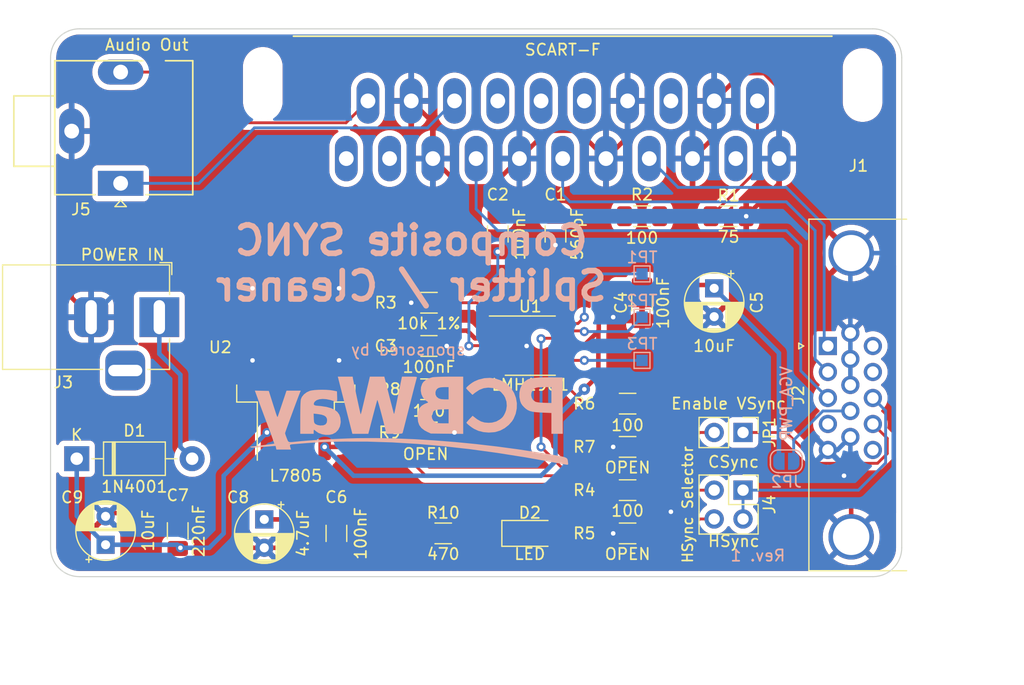
<source format=kicad_pcb>
(kicad_pcb (version 20221018) (generator pcbnew)
  (layers (0 "F.Cu" signal) (31 "B.Cu" signal) (34 "B.Paste" user) (35 "F.Paste" user) (36 "B.SilkS" user "B.Silkscreen") (37 "F.SilkS" user "F.Silkscreen") (38 "B.Mask" user) (39 "F.Mask" user) (44 "Edge.Cuts" user))
  (net 0 "")
  (net 1 "Net-(C1-Pad1)")
  (net 2 "GND")
  (net 3 "/FILT_COMPOSITE")
  (net 4 "VCC")
  (net 5 "Net-(D1-K)")
  (net 6 "Net-(D1-A)")
  (net 9 "/S_GREEN")
  (net 10 "/S_RED")
  (net 13 "/COMPOSITE_IN")
  (net 15 "/AUDIO_R")
  (net 17 "/AUDIO_L")
  (net 18 "/S_BLUE")
  (net 21 "Net-(JP2-B)")
  (net 24 "Net-(JP1-A)")
  (net 25 "Net-(J4-Pin_1)")
  (net 27 "/CSync_OUT")
  (net 28 "/HSync_OUT")
  (net 29 "/VSync_OUT")
  (net 30 "Net-(U1-Rext)")
  (net 31 "Net-(U1-CSync)")
  (net 32 "Net-(U1-VSync)")
  (net 33 "Net-(U1-HSync)")
  (net 34 "Net-(U1-OE)")
  (net 35 "Net-(U1-BP)")
  (net 36 "Net-(U1-VF)")
  (net 37 "Net-(D2-K)")
  (footprint "Diode_THT:D_DO-41_SOD81_P10.16mm_Horizontal" (layer "F.Cu") (at 51.835 56.92)
    (fp_text reference "D1" (at 5.08 -2.47) (layer "F.SilkS"))
    (fp_text value "1N4001" (at 5.08 2.47) (layer "F.SilkS"))
    (fp_text user "K" (at 0 -2.1) (layer "F.SilkS"))
    (pad "1" thru_hole rect (at 0 0) (size 2.2 2.2) (drill 1.1) (layers "*.Cu" "*.Mask") (net 5 "Net-(D1-K)"))
    (pad "2" thru_hole oval (at 10.16 0) (size 2.2 2.2) (drill 1.1) (layers "*.Cu" "*.Mask") (net 6 "Net-(D1-A)"))
  )
  (footprint "Resistor_SMD:R_1206_3216Metric_Pad1.30x1.75mm_HandSolder" (layer "F.Cu") (at 100.33 59.69)
    (fp_text reference "R4" (at -3.81 0) (layer "F.SilkS"))
    (fp_text value "100" (at 0 1.82) (layer "F.SilkS"))
    (pad "1" smd roundrect (at -1.55 0) (size 1.3 1.75) (layers "F.Cu" "F.Paste" "F.Mask") (roundrect_rratio 0.1923076923) (net 31 "Net-(U1-CSync)"))
    (pad "2" smd roundrect (at 1.55 0) (size 1.3 1.75) (layers "F.Cu" "F.Paste" "F.Mask") (roundrect_rratio 0.1923076923) (net 27 "/CSync_OUT"))
  )
  (footprint "Resistor_SMD:R_1206_3216Metric_Pad1.30x1.75mm_HandSolder" (layer "F.Cu") (at 101.6 35.56 180)
    (fp_text reference "R2" (at 0 1.905) (layer "F.SilkS"))
    (fp_text value "100" (at 0 -1.905) (layer "F.SilkS"))
    (pad "1" smd roundrect (at -1.55 0 180) (size 1.3 1.75) (layers "F.Cu" "F.Paste" "F.Mask") (roundrect_rratio 0.1923076923) (net 13 "/COMPOSITE_IN"))
    (pad "2" smd roundrect (at 1.55 0 180) (size 1.3 1.75) (layers "F.Cu" "F.Paste" "F.Mask") (roundrect_rratio 0.1923076923) (net 1 "Net-(C1-Pad1)"))
  )
  (footprint "Resistor_SMD:R_1206_3216Metric_Pad1.30x1.75mm_HandSolder" (layer "F.Cu") (at 82.8425 50.8 180)
    (fp_text reference "R8" (at 3.4675 0) (layer "F.SilkS"))
    (fp_text value "100" (at 0 -1.905) (layer "F.SilkS"))
    (pad "1" smd roundrect (at -1.55 0 180) (size 1.3 1.75) (layers "F.Cu" "F.Paste" "F.Mask") (roundrect_rratio 0.1923076923) (net 33 "Net-(U1-HSync)"))
    (pad "2" smd roundrect (at 1.55 0 180) (size 1.3 1.75) (layers "F.Cu" "F.Paste" "F.Mask") (roundrect_rratio 0.1923076923) (net 28 "/HSync_OUT"))
  )
  (footprint "audio:Custom_3.5mm_jack" (layer "F.Cu") (at 55.7 32.66)
    (fp_text reference "J5" (at -3.5 2.3 180) (layer "F.SilkS"))
    (fp_text value "Audio Out" (at 2.3 -12.2 180) (layer "F.SilkS"))
    (pad "R" thru_hole oval (at 0 -9.8) (size 4 2.2) (drill 1.3) (layers "*.Cu" "*.Mask") (net 15 "/AUDIO_R"))
    (pad "S" thru_hole oval (at -4.31 -4.6) (size 2.2 4) (drill 1.3) (layers "*.Cu" "*.Mask") (net 2 "GND"))
    (pad "T" thru_hole rect (at 0 0) (size 4 2.2) (drill 1.3) (layers "*.Cu" "*.Mask") (net 17 "/AUDIO_L"))
  )
  (footprint "Connector_BarrelJack:BarrelJack_Horizontal" (layer "F.Cu") (at 59.105 44.45)
    (fp_text reference "J3" (at -8.45 5.75) (layer "F.SilkS"))
    (fp_text value "POWER IN" (at -3.225 -5.5) (layer "F.SilkS"))
    (pad "1" thru_hole rect (at 0 0) (size 3.5 3.5) (drill oval 1 3) (layers "*.Cu" "*.Mask") (net 6 "Net-(D1-A)"))
    (pad "2" thru_hole roundrect (at -6 0) (size 3 3.5) (drill oval 1 3) (layers "*.Cu" "*.Mask") (net 2 "GND"))
    (pad "3" thru_hole roundrect (at -3 4.7) (size 3.5 3.5) (drill oval 3 1) (layers "*.Cu" "*.Mask"))
  )
  (footprint "Capacitor_THT:CP_Radial_D5.0mm_P2.50mm" (layer "F.Cu") (at 54.375 64.5 90)
    (fp_text reference "C9" (at 4.175 -2.94 180) (layer "F.SilkS"))
    (fp_text value "10uF" (at 1.25 3.75 90) (layer "F.SilkS"))
    (pad "1" thru_hole rect (at 0 0 90) (size 1.6 1.6) (drill 0.8) (layers "*.Cu" "*.Mask") (net 5 "Net-(D1-K)"))
    (pad "2" thru_hole circle (at 2.5 0 90) (size 1.6 1.6) (drill 0.8) (layers "*.Cu" "*.Mask") (net 2 "GND"))
  )
  (footprint "Package_SO:TSSOP-14_4.4x5mm_P0.65mm" (layer "F.Cu") (at 91.7625 46.96)
    (fp_text reference "U1" (at 0 -3.45) (layer "F.SilkS"))
    (fp_text value "LMH1981" (at 0 3.45) (layer "F.SilkS"))
    (pad "1" smd roundrect (at -2.8625 -1.95) (size 1.475 0.4) (layers "F.Cu" "F.Paste" "F.Mask") (net 30 "Net-(U1-Rext)"))
    (pad "2" smd roundrect (at -2.8625 -1.3) (size 1.475 0.4) (layers "F.Cu" "F.Paste" "F.Mask") (net 2 "GND"))
    (pad "3" smd roundrect (at -2.8625 -0.65) (size 1.475 0.4) (layers "F.Cu" "F.Paste" "F.Mask") (net 4 "VCC"))
    (pad "4" smd roundrect (at -2.8625 0) (size 1.475 0.4) (layers "F.Cu" "F.Paste" "F.Mask") (net 3 "/FILT_COMPOSITE"))
    (pad "5" smd roundrect (at -2.8625 0.65) (size 1.475 0.4) (layers "F.Cu" "F.Paste" "F.Mask") (net 2 "GND"))
    (pad "6" smd roundrect (at -2.8625 1.3) (size 1.475 0.4) (layers "F.Cu" "F.Paste" "F.Mask") (net 4 "VCC"))
    (pad "7" smd roundrect (at -2.8625 1.95) (size 1.475 0.4) (layers "F.Cu" "F.Paste" "F.Mask") (net 33 "Net-(U1-HSync)"))
    (pad "8" smd roundrect (at 2.8625 1.95) (size 1.475 0.4) (layers "F.Cu" "F.Paste" "F.Mask") (net 32 "Net-(U1-VSync)"))
    (pad "9" smd roundrect (at 2.8625 1.3) (size 1.475 0.4) (layers "F.Cu" "F.Paste" "F.Mask") (net 36 "Net-(U1-VF)"))
    (pad "10" smd roundrect (at 2.8625 0.65) (size 1.475 0.4) (layers "F.Cu" "F.Paste" "F.Mask") (net 2 "GND"))
    (pad "11" smd roundrect (at 2.8625 0) (size 1.475 0.4) (layers "F.Cu" "F.Paste" "F.Mask") (net 4 "VCC"))
    (pad "12" smd roundrect (at 2.8625 -0.65) (size 1.475 0.4) (layers "F.Cu" "F.Paste" "F.Mask") (net 31 "Net-(U1-CSync)"))
    (pad "13" smd roundrect (at 2.8625 -1.3) (size 1.475 0.4) (layers "F.Cu" "F.Paste" "F.Mask") (net 35 "Net-(U1-BP)"))
    (pad "14" smd roundrect (at 2.8625 -1.95) (size 1.475 0.4) (layers "F.Cu" "F.Paste" "F.Mask") (net 34 "Net-(U1-OE)"))
  )
  (footprint "Resistor_SMD:R_1206_3216Metric_Pad1.30x1.75mm_HandSolder" (layer "F.Cu") (at 82.8425 54.61 180)
    (fp_text reference "R9" (at 3.4675 0) (layer "F.SilkS"))
    (fp_text value "OPEN" (at 0.2925 -1.905) (layer "F.SilkS"))
    (pad "1" smd roundrect (at -1.55 0 180) (size 1.3 1.75) (layers "F.Cu" "F.Paste" "F.Mask") (roundrect_rratio 0.1923076923) (net 2 "GND"))
    (pad "2" smd roundrect (at 1.55 0 180) (size 1.3 1.75) (layers "F.Cu" "F.Paste" "F.Mask") (roundrect_rratio 0.1923076923) (net 28 "/HSync_OUT"))
  )
  (footprint "Capacitor_SMD:C_1206_3216Metric_Pad1.33x1.80mm_HandSolder" (layer "F.Cu") (at 60.725 63.27 90)
    (fp_text reference "C7" (at 3.123339 -0.001457 180) (layer "F.SilkS"))
    (fp_text value "220nF" (at 0 1.85 90) (layer "F.SilkS"))
    (pad "1" smd roundrect (at -1.5625 0 90) (size 1.325 1.8) (layers "F.Cu" "F.Paste" "F.Mask") (roundrect_rratio 0.1886792453) (net 5 "Net-(D1-K)"))
    (pad "2" smd roundrect (at 1.5625 0 90) (size 1.325 1.8) (layers "F.Cu" "F.Paste" "F.Mask") (roundrect_rratio 0.1886792453) (net 2 "GND"))
  )
  (footprint "Capacitor_SMD:C_1206_3216Metric_Pad1.33x1.80mm_HandSolder" (layer "F.Cu") (at 82.8425 46.99)
    (fp_text reference "C3" (at -3.81 0) (layer "F.SilkS"))
    (fp_text value "100nF" (at 0 1.85) (layer "F.SilkS"))
    (pad "1" smd roundrect (at -1.5625 0) (size 1.325 1.8) (layers "F.Cu" "F.Paste" "F.Mask") (roundrect_rratio 0.1886792453) (net 4 "VCC"))
    (pad "2" smd roundrect (at 1.5625 0) (size 1.325 1.8) (layers "F.Cu" "F.Paste" "F.Mask") (roundrect_rratio 0.1886792453) (net 2 "GND"))
  )
  (footprint "Capacitor_SMD:C_1206_3216Metric_Pad1.33x1.80mm_HandSolder" (layer "F.Cu") (at 74.695 63.5 -90)
    (fp_text reference "C6" (at -3.197387 0.005123 -180) (layer "F.SilkS"))
    (fp_text value "100nF" (at 0 -2.14 90) (layer "F.SilkS"))
    (pad "1" smd roundrect (at -1.5625 0 270) (size 1.325 1.8) (layers "F.Cu" "F.Paste" "F.Mask") (roundrect_rratio 0.1886792453) (net 4 "VCC"))
    (pad "2" smd roundrect (at 1.5625 0 270) (size 1.325 1.8) (layers "F.Cu" "F.Paste" "F.Mask") (roundrect_rratio 0.1886792453) (net 2 "GND"))
  )
  (footprint "Resistor_SMD:R_1206_3216Metric_Pad1.30x1.75mm_HandSolder" (layer "F.Cu") (at 100.33 55.88)
    (fp_text reference "R7" (at -3.81 0) (layer "F.SilkS"))
    (fp_text value "OPEN" (at 0 1.82) (layer "F.SilkS"))
    (pad "1" smd roundrect (at -1.55 0) (size 1.3 1.75) (layers "F.Cu" "F.Paste" "F.Mask") (roundrect_rratio 0.1923076923) (net 2 "GND"))
    (pad "2" smd roundrect (at 1.55 0) (size 1.3 1.75) (layers "F.Cu" "F.Paste" "F.Mask") (roundrect_rratio 0.1923076923) (net 29 "/VSync_OUT"))
  )
  (footprint "Capacitor_THT:CP_Radial_D5.0mm_P2.50mm" (layer "F.Cu") (at 68.345 62.27 -90)
    (fp_text reference "C8" (at -1.945 2.305 -180) (layer "F.SilkS"))
    (fp_text value "4.7uF" (at 1.23 -3.41 90) (layer "F.SilkS"))
    (pad "1" thru_hole rect (at 0 0 270) (size 1.6 1.6) (drill 0.8) (layers "*.Cu" "*.Mask") (net 4 "VCC"))
    (pad "2" thru_hole circle (at 2.5 0 270) (size 1.6 1.6) (drill 0.8) (layers "*.Cu" "*.Mask") (net 2 "GND"))
  )
  (footprint "LED_SMD:LED_1206_3216Metric_Pad1.42x1.75mm_HandSolder" (layer "F.Cu") (at 91.72 63.5)
    (fp_text reference "D2" (at 0 -1.82) (layer "F.SilkS"))
    (fp_text value "LED" (at 0 1.82) (layer "F.SilkS"))
    (pad "1" smd roundrect (at -1.4875 0) (size 1.425 1.75) (layers "F.Cu" "F.Paste" "F.Mask") (roundrect_rratio 0.1754392982) (net 37 "Net-(D2-K)"))
    (pad "2" smd roundrect (at 1.4875 0) (size 1.425 1.75) (layers "F.Cu" "F.Paste" "F.Mask") (roundrect_rratio 0.1754392982) (net 4 "VCC"))
  )
  (footprint "extron-input:SCART_F_RA" (layer "F.Cu") (at 94.615 25.4)
    (fp_text reference "J1" (at 26.035 5.715) (layer "F.SilkS"))
    (fp_text value "SCART-F" (at 0 -4.5085) (layer "F.SilkS"))
    (pad "" np_thru_hole circle (at -26.4 -3) (size 3 3) (drill 3) (layers "*.Cu" "*.Mask"))
    (pad "" np_thru_hole oval (at -26.4 -1.5) (size 3 6) (drill oval 3 6) (layers "*.Cu" "*.Mask"))
    (pad "" np_thru_hole circle (at -26.4 0.05) (size 3 3) (drill 3) (layers "*.Cu" "*.Mask"))
    (pad "" np_thru_hole circle (at 26.4 -2.9) (size 3 3) (drill 3) (layers "*.Cu" "*.Mask"))
    (pad "" np_thru_hole oval (at 26.4 -1.4) (size 3 6) (drill oval 3 6) (layers "*.Cu" "*.Mask"))
    (pad "" np_thru_hole circle (at 26.4 0.05) (size 3 3) (drill 3) (layers "*.Cu" "*.Mask"))
    (pad "1" thru_hole oval (at -19.05 5.08) (size 2 4) (drill 1.3) (layers "*.Cu" "*.Mask"))
    (pad "2" thru_hole oval (at -17.145 0) (size 2 4) (drill 1.3) (layers "*.Cu" "*.Mask") (net 15 "/AUDIO_R"))
    (pad "3" thru_hole oval (at -15.24 5.08) (size 2 4) (drill 1.3) (layers "*.Cu" "*.Mask"))
    (pad "4" thru_hole oval (at -13.335 0) (size 2 4) (drill 1.3) (layers "*.Cu" "*.Mask") (net 2 "GND"))
    (pad "5" thru_hole oval (at -11.43 5.08) (size 2 4) (drill 1.3) (layers "*.Cu" "*.Mask") (net 2 "GND"))
    (pad "6" thru_hole oval (at -9.525 0) (size 2 4) (drill 1.3) (layers "*.Cu" "*.Mask") (net 17 "/AUDIO_L"))
    (pad "7" thru_hole oval (at -7.62 5.08) (size 2 4) (drill 1.3) (layers "*.Cu" "*.Mask") (net 18 "/S_BLUE"))
    (pad "8" thru_hole oval (at -5.715 0) (size 2 4) (drill 1.3) (layers "*.Cu" "*.Mask"))
    (pad "9" thru_hole oval (at -3.81 5.08) (size 2 4) (drill 1.3) (layers "*.Cu" "*.Mask") (net 2 "GND"))
    (pad "10" thru_hole oval (at -1.905 0) (size 2 4) (drill 1.3) (layers "*.Cu" "*.Mask"))
    (pad "11" thru_hole oval (at 0 5.08) (size 2 4) (drill 1.3) (layers "*.Cu" "*.Mask") (net 9 "/S_GREEN"))
    (pad "12" thru_hole oval (at 1.905 0) (size 2 4) (drill 1.3) (layers "*.Cu" "*.Mask"))
    (pad "13" thru_hole oval (at 3.81 5.08) (size 2 4) (drill 1.3) (layers "*.Cu" "*.Mask") (net 2 "GND"))
    (pad "14" thru_hole oval (at 5.715 0) (size 2 4) (drill 1.3) (layers "*.Cu" "*.Mask") (net 2 "GND"))
    (pad "15" thru_hole oval (at 7.62 5.08) (size 2 4) (drill 1.3) (layers "*.Cu" "*.Mask") (net 10 "/S_RED"))
    (pad "16" thru_hole oval (at 9.525 0) (size 2 4) (drill 1.3) (layers "*.Cu" "*.Mask"))
    (pad "17" thru_hole oval (at 11.43 5.08) (size 2 4) (drill 1.3) (layers "*.Cu" "*.Mask") (net 2 "GND"))
    (pad "18" thru_hole oval (at 13.335 0) (size 2 4) (drill 1.3) (layers "*.Cu" "*.Mask") (net 2 "GND"))
    (pad "19" thru_hole oval (at 15.24 5.08) (size 2 4) (drill 1.3) (layers "*.Cu" "*.Mask"))
    (pad "20" thru_hole oval (at 17.145 0) (size 2 4) (drill 1.3) (layers "*.Cu" "*.Mask") (net 13 "/COMPOSITE_IN"))
    (pad "21" thru_hole oval (at 19.05 5.08) (size 2 4) (drill 1.3) (layers "*.Cu" "*.Mask") (net 2 "GND"))
  )
  (footprint "Resistor_SMD:R_1206_3216Metric_Pad1.30x1.75mm_HandSolder" (layer "F.Cu") (at 100.33 63.5)
    (fp_text reference "R5" (at -3.81 0) (layer "F.SilkS"))
    (fp_text value "OPEN" (at 0 1.82) (layer "F.SilkS"))
    (pad "1" smd roundrect (at -1.55 0) (size 1.3 1.75) (layers "F.Cu" "F.Paste" "F.Mask") (roundrect_rratio 0.1923076923) (net 2 "GND"))
    (pad "2" smd roundrect (at 1.55 0) (size 1.3 1.75) (layers "F.Cu" "F.Paste" "F.Mask") (roundrect_rratio 0.1923076923) (net 27 "/CSync_OUT"))
  )
  (footprint "Connector_Dsub:DSUB-15-HD_Female_Horizontal_P2.29x1.98mm_EdgePinOffset3.03mm_Housed_MountingHolesOffset4.94mm" (layer "F.Cu") (at 117.96 46.99 90)
    (fp_text reference "J2" (at -4.315 -2.61 90) (layer "F.SilkS"))
    (fp_text value "VGA Out")
    (pad "0" thru_hole circle (at -16.815 2.05 90) (size 4 4) (drill 3.2) (layers "*.Cu" "*.Mask") (net 2 "GND"))
    (pad "0" thru_hole circle (at 8.185 2.05 90) (size 4 4) (drill 3.2) (layers "*.Cu" "*.Mask") (net 2 "GND"))
    (pad "1" thru_hole rect (at 0 0 90) (size 1.6 1.6) (drill 1) (layers "*.Cu" "*.Mask") (net 10 "/S_RED"))
    (pad "2" thru_hole circle (at -2.29 0 90) (size 1.6 1.6) (drill 1) (layers "*.Cu" "*.Mask") (net 9 "/S_GREEN"))
    (pad "3" thru_hole circle (at -4.58 0 90) (size 1.6 1.6) (drill 1) (layers "*.Cu" "*.Mask") (net 18 "/S_BLUE"))
    (pad "4" thru_hole circle (at -6.87 0 90) (size 1.6 1.6) (drill 1) (layers "*.Cu" "*.Mask"))
    (pad "5" thru_hole circle (at -9.16 0 90) (size 1.6 1.6) (drill 1) (layers "*.Cu" "*.Mask") (net 2 "GND"))
    (pad "6" thru_hole circle (at 1.145 1.98 90) (size 1.6 1.6) (drill 1) (layers "*.Cu" "*.Mask") (net 2 "GND"))
    (pad "7" thru_hole circle (at -1.145 1.98 90) (size 1.6 1.6) (drill 1) (layers "*.Cu" "*.Mask") (net 2 "GND"))
    (pad "8" thru_hole circle (at -3.435 1.98 90) (size 1.6 1.6) (drill 1) (layers "*.Cu" "*.Mask") (net 2 "GND"))
    (pad "9" thru_hole circle (at -5.725 1.98 90) (size 1.6 1.6) (drill 1) (layers "*.Cu" "*.Mask") (net 21 "Net-(JP2-B)"))
    (pad "10" thru_hole circle (at -8.015 1.98 90) (size 1.6 1.6) (drill 1) (layers "*.Cu" "*.Mask") (net 2 "GND"))
    (pad "11" thru_hole circle (at 0 3.96 90) (size 1.6 1.6) (drill 1) (layers "*.Cu" "*.Mask"))
    (pad "12" thru_hole circle (at -2.29 3.96 90) (size 1.6 1.6) (drill 1) (layers "*.Cu" "*.Mask"))
    (pad "13" thru_hole circle (at -4.58 3.96 90) (size 1.6 1.6) (drill 1) (layers "*.Cu" "*.Mask") (net 25 "Net-(J4-Pin_1)"))
    (pad "14" thru_hole circle (at -6.87 3.96 90) (size 1.6 1.6) (drill 1) (layers "*.Cu" "*.Mask") (net 24 "Net-(JP1-A)"))
    (pad "15" thru_hole circle (at -9.16 3.96 90) (size 1.6 1.6) (drill 1) (layers "*.Cu" "*.Mask"))
  )
  (footprint "Capacitor_SMD:C_1206_3216Metric_Pad1.33x1.80mm_HandSolder" (layer "F.Cu") (at 88.9 37.1225 -90)
    (fp_text reference "C2" (at -3.4675 0 -180) (layer "F.SilkS"))
    (fp_text value "100nF" (at 0 -1.905 90) (layer "F.SilkS"))
    (pad "1" smd roundrect (at -1.5625 0 270) (size 1.325 1.8) (layers "F.Cu" "F.Paste" "F.Mask") (roundrect_rratio 0.1886792453) (net 1 "Net-(C1-Pad1)"))
    (pad "2" smd roundrect (at 1.5625 0 270) (size 1.325 1.8) (layers "F.Cu" "F.Paste" "F.Mask") (roundrect_rratio 0.1886792453) (net 3 "/FILT_COMPOSITE"))
  )
  (footprint "Resistor_SMD:R_1206_3216Metric_Pad1.30x1.75mm_HandSolder" (layer "F.Cu") (at 82.8425 43.18)
    (fp_text reference "R3" (at -3.81 0) (layer "F.SilkS"))
    (fp_text value "10k 1%" (at 0 1.82) (layer "F.SilkS"))
    (pad "1" smd roundrect (at -1.55 0) (size 1.3 1.75) (layers "F.Cu" "F.Paste" "F.Mask") (roundrect_rratio 0.1923076923) (net 2 "GND"))
    (pad "2" smd roundrect (at 1.55 0) (size 1.3 1.75) (layers "F.Cu" "F.Paste" "F.Mask") (roundrect_rratio 0.1923076923) (net 30 "Net-(U1-Rext)"))
  )
  (footprint "Capacitor_THT:CP_Radial_D5.0mm_P2.50mm" (layer "F.Cu") (at 107.95 41.91 -90)
    (fp_text reference "C5" (at 1.25 -3.75 -270) (layer "F.SilkS"))
    (fp_text value "10uF" (at 5.08 0 180) (layer "F.SilkS"))
    (pad "1" thru_hole rect (at 0 0 270) (size 1.6 1.6) (drill 0.8) (layers "*.Cu" "*.Mask") (net 4 "VCC"))
    (pad "2" thru_hole circle (at 2.5 0 270) (size 1.6 1.6) (drill 0.8) (layers "*.Cu" "*.Mask") (net 2 "GND"))
  )
  (footprint "Resistor_SMD:R_1206_3216Metric_Pad1.30x1.75mm_HandSolder" (layer "F.Cu") (at 84.1 63.5)
    (fp_text reference "R10" (at 0 -1.82) (layer "F.SilkS"))
    (fp_text value "470" (at 0 1.82) (layer "F.SilkS"))
    (pad "1" smd roundrect (at -1.55 0) (size 1.3 1.75) (layers "F.Cu" "F.Paste" "F.Mask") (roundrect_rratio 0.1923076923) (net 2 "GND"))
    (pad "2" smd roundrect (at 1.55 0) (size 1.3 1.75) (layers "F.Cu" "F.Paste" "F.Mask") (roundrect_rratio 0.1923076923) (net 37 "Net-(D2-K)"))
  )
  (footprint "Connector_PinHeader_2.54mm:PinHeader_1x02_P2.54mm_Vertical" (layer "F.Cu") (at 110.49 54.61 -90)
    (fp_text reference "JP1" (at 0 -2.33 90) (layer "F.SilkS"))
    (fp_text value "Enable VSync" (at -2.54 1.27 180) (layer "F.SilkS"))
    (pad "1" thru_hole rect (at 0 0 270) (size 1.7 1.7) (drill 1) (layers "*.Cu" "*.Mask") (net 24 "Net-(JP1-A)"))
    (pad "2" thru_hole oval (at 0 2.54 270) (size 1.7 1.7) (drill 1) (layers "*.Cu" "*.Mask") (net 29 "/VSync_OUT"))
  )
  (footprint "Package_TO_SOT_SMD:TO-263-3_TabPin2" (layer "F.Cu") (at 71.12 47.105 90)
    (fp_text reference "U2" (at 0 -6.65 180) (layer "F.SilkS"))
    (fp_text value "L7805" (at -11.315 0 180) (layer "F.SilkS"))
    (pad "1" smd roundrect (at -7.65 -2.54 90) (size 4.6 1.1) (layers "F.Cu" "F.Paste" "F.Mask") (roundrect_rratio 0.2272727273) (net 5 "Net-(D1-K)"))
    (pad "2" smd roundrect (at -7.65 0 90) (size 4.6 1.1) (layers "F.Cu" "F.Paste" "F.Mask") (roundrect_rratio 0.2272727273) (net 2 "GND"))
    (pad "2" smd roundrect (at -0.925 -2.775 90) (size 4.55 5.25) (layers "F.Cu" "F.Paste") (roundrect_rratio 0.05494505495) (net 2 "GND"))
    (pad "2" smd roundrect (at -0.925 2.775 90) (size 4.55 5.25) (layers "F.Cu" "F.Paste") (roundrect_rratio 0.05494505495) (net 2 "GND"))
    (pad "2" smd roundrect (at 1.5 0 90) (size 9.4 10.8) (layers "F.Cu" "F.Mask") (roundrect_rratio 0.02659595745) (net 2 "GND"))
    (pad "2" smd roundrect (at 3.925 -2.775 90) (size 4.55 5.25) (layers "F.Cu" "F.Paste") (roundrect_rratio 0.05494505495) (net 2 "GND"))
    (pad "2" smd roundrect (at 3.925 2.775 90) (size 4.55 5.25) (layers "F.Cu" "F.Paste") (roundrect_rratio 0.05494505495) (net 2 "GND"))
    (pad "3" smd roundrect (at -7.65 2.54 90) (size 4.6 1.1) (layers "F.Cu" "F.Paste" "F.Mask") (roundrect_rratio 0.2272727273) (net 4 "VCC"))
  )
  (footprint "Resistor_SMD:R_1206_3216Metric_Pad1.30x1.75mm_HandSolder" (layer "F.Cu") (at 109.22 35.56)
    (fp_text reference "R1" (at 0 -1.82) (layer "F.SilkS"))
    (fp_text value "75" (at 0 1.82) (layer "F.SilkS"))
    (pad "1" smd roundrect (at -1.55 0) (size 1.3 1.75) (layers "F.Cu" "F.Paste" "F.Mask") (roundrect_rratio 0.1923076923) (net 13 "/COMPOSITE_IN"))
    (pad "2" smd roundrect (at 1.55 0) (size 1.3 1.75) (layers "F.Cu" "F.Paste" "F.Mask") (roundrect_rratio 0.1923076923) (net 2 "GND"))
  )
  (footprint "Resistor_SMD:R_1206_3216Metric_Pad1.30x1.75mm_HandSolder" (layer "F.Cu") (at 100.33 52.07)
    (fp_text reference "R6" (at -3.81 0) (layer "F.SilkS"))
    (fp_text value "100" (at 0 1.905) (layer "F.SilkS"))
    (pad "1" smd roundrect (at -1.55 0) (size 1.3 1.75) (layers "F.Cu" "F.Paste" "F.Mask") (roundrect_rratio 0.1923076923) (net 32 "Net-(U1-VSync)"))
    (pad "2" smd roundrect (at 1.55 0) (size 1.3 1.75) (layers "F.Cu" "F.Paste" "F.Mask") (roundrect_rratio 0.1923076923) (net 29 "/VSync_OUT"))
  )
  (footprint "Capacitor_SMD:C_1206_3216Metric_Pad1.33x1.80mm_HandSolder" (layer "F.Cu") (at 93.98 37.1225 -90)
    (fp_text reference "C1" (at -3.4675 0 -180) (layer "F.SilkS"))
    (fp_text value "560pF" (at 0 -1.905 90) (layer "F.SilkS"))
    (pad "1" smd roundrect (at -1.5625 0 270) (size 1.325 1.8) (layers "F.Cu" "F.Paste" "F.Mask") (roundrect_rratio 0.1886792453) (net 1 "Net-(C1-Pad1)"))
    (pad "2" smd roundrect (at 1.5625 0 270) (size 1.325 1.8) (layers "F.Cu" "F.Paste" "F.Mask") (roundrect_rratio 0.1886792453) (net 2 "GND"))
  )
  (footprint "Capacitor_SMD:C_1206_3216Metric_Pad1.33x1.80mm_HandSolder" (layer "F.Cu") (at 101.6 43.18 90)
    (fp_text reference "C4" (at 0 -1.85 90) (layer "F.SilkS"))
    (fp_text value "100nF" (at 0 1.85 90) (layer "F.SilkS"))
    (pad "1" smd roundrect (at -1.5625 0 90) (size 1.325 1.8) (layers "F.Cu" "F.Paste" "F.Mask") (roundrect_rratio 0.1886792453) (net 2 "GND"))
    (pad "2" smd roundrect (at 1.5625 0 90) (size 1.325 1.8) (layers "F.Cu" "F.Paste" "F.Mask") (roundrect_rratio 0.1886792453) (net 4 "VCC"))
  )
  (footprint "Connector_PinHeader_2.54mm:PinHeader_2x02_P2.54mm_Vertical" (layer "F.Cu") (at 110.49 59.69 -90)
    (fp_text reference "J4" (at 1.27 -2.33 90) (layer "F.SilkS"))
    (fp_text value "HSync Selector" (at 1.27 4.87 90) (layer "F.SilkS") (effects (font (size 0.9 0.9))))
    (pad "1" thru_hole rect (at 0 0 270) (size 1.7 1.7) (drill 1) (layers "*.Cu" "*.Mask") (net 25 "Net-(J4-Pin_1)"))
    (pad "2" thru_hole oval (at 2.54 0 270) (size 1.7 1.7) (drill 1) (layers "*.Cu" "*.Mask") (net 25 "Net-(J4-Pin_1)"))
    (pad "3" thru_hole oval (at 0 2.54 270) (size 1.7 1.7) (drill 1) (layers "*.Cu" "*.Mask") (net 27 "/CSync_OUT"))
    (pad "4" thru_hole oval (at 2.54 2.54 270) (size 1.7 1.7) (drill 1) (layers "*.Cu" "*.Mask") (net 28 "/HSync_OUT"))
  )
  (footprint "logos:PCBWay" (layer "B.Cu") (at 81.28 53.34 180)
    (fp_text reference "G***" hide)
    (fp_text value "LOGO" hide)
  )
  (footprint "TestPoint:TestPoint_Pad_1.0x1.0mm" (layer "B.Cu") (at 101.6 48.26 180)
    (fp_text reference "TP3" (at 0 1.448) (layer "B.SilkS") (effects (justify mirror)))
    (fp_text value "Video Fmt")
    (pad "1" smd rect (at 0 0 180) (size 1 1) (layers "B.Cu" "B.Mask") (net 36 "Net-(U1-VF)"))
  )
  (footprint "TestPoint:TestPoint_Pad_1.0x1.0mm" (layer "B.Cu") (at 101.6 40.64 180)
    (fp_text reference "TP1" (at 0 1.448) (layer "B.SilkS") (effects (justify mirror)))
    (fp_text value "ODD/EVEN")
    (pad "1" smd rect (at 0 0 180) (size 1 1) (layers "B.Cu" "B.Mask") (net 34 "Net-(U1-OE)"))
  )
  (footprint "TestPoint:TestPoint_Pad_1.0x1.0mm" (layer "B.Cu") (at 101.6 44.45 180)
    (fp_text reference "TP2" (at 0 1.448) (layer "B.SilkS") (effects (justify mirror)))
    (fp_text value "BURST")
    (pad "1" smd rect (at 0 0 180) (size 1 1) (layers "B.Cu" "B.Mask") (net 35 "Net-(U1-BP)"))
  )
  (footprint "Jumper:SolderJumper-2_P1.3mm_Open_RoundedPad1.0x1.5mm" (layer "B.Cu") (at 114.3 57.15)
    (fp_text reference "JP2" (at 0 1.8) (layer "B.SilkS") (effects (justify mirror)))
    (fp_text value "VGA_PWR" (at 0 -5.08 90) (layer "B.SilkS") (effects (justify mirror)))
    (pad "1" smd custom (at -0.65 0) (size 1 0.5) (layers "B.Cu" "B.Mask") (net 4 "VCC") (options (clearance outline) (anchor rect)) (primitives (gr_circle (center 0 -0.25) (end 0.5 -0.25) (width 0) (fill yes)) (gr_circle (center 0 0.25) (end 0.5 0.25) (width 0) (fill yes)) (gr_poly (pts (xy 0.5 -0.75) (xy 0 -0.75) (xy 0 0.75) (xy 0.5 0.75)) (width 0) (fill yes))))
    (pad "2" smd custom (at 0.65 0) (size 1 0.5) (layers "B.Cu" "B.Mask") (net 21 "Net-(JP2-B)") (options (clearance outline) (anchor rect)) (primitives (gr_circle (center 0 -0.25) (end 0.5 -0.25) (width 0) (fill yes)) (gr_circle (center 0 0.25) (end 0.5 0.25) (width 0) (fill yes)) (gr_poly (pts (xy 0 -0.75) (xy -0.5 -0.75) (xy -0.5 0.75) (xy 0 0.75)) (width 0) (fill yes))))
  )
  (gr_arc (start 121.92 19.05) (mid 123.716051 19.793949) (end 124.46 21.59) (stroke (width 0.1)) (layer "Edge.Cuts"))
  (gr_arc (start 124.46 64.77) (mid 123.716051 66.566051) (end 121.92 67.31) (stroke (width 0.1)) (layer "Edge.Cuts"))
  (gr_line (start 52.07 67.31) (end 121.92 67.31) (stroke (width 0.1)) (layer "Edge.Cuts"))
  (gr_arc (start 52.07 67.31) (mid 50.273949 66.566051) (end 49.53 64.77) (stroke (width 0.1)) (layer "Edge.Cuts"))
  (gr_line (start 121.92 19.05) (end 52.07 19.05) (stroke (width 0.1)) (layer "Edge.Cuts"))
  (gr_line (start 124.46 64.77) (end 124.46 21.59) (stroke (width 0.1)) (layer "Edge.Cuts"))
  (gr_line (start 49.53 21.59) (end 49.53 64.77) (stroke (width 0.1)) (layer "Edge.Cuts"))
  (gr_arc (start 49.53 21.59) (mid 50.273949 19.793949) (end 52.07 19.05) (stroke (width 0.1)) (layer "Edge.Cuts"))
  (gr_text "Rev. 1" (at 114.3 66.04) (layer "B.SilkS") (effects (font (size 1 1)) (justify left bottom mirror)))
  (gr_text "Composite SYNC\nSplitter / Cleaner" (at 81.28 43.18) (layer "B.SilkS") (effects (font (size 2.5 2.5) (thickness 0.5) bold) (justify bottom mirror)))
  (gr_text "sponsored by" (at 81.013752 47.9) (layer "B.SilkS") (effects (font (size 1 1)) (justify bottom mirror)))
  (gr_text "CSync" (at 107.315 57.785) (layer "F.SilkS") (effects (font (size 1 1)) (justify left bottom)))
  (gr_text "HSync" (at 107.315 64.77) (layer "F.SilkS") (effects (font (size 1 1)) (justify left bottom)))
  (segment (start 93.98 35.56) (end 100.05 35.56) (width 0.25) (layer "F.Cu") (net 1))
  (segment (start 88.9 35.56) (end 93.98 35.56) (width 0.25) (layer "F.Cu") (net 1))
  (segment (start 71.12 54.755) (end 71.12 57.055) (width 0.4) (layer "F.Cu") (net 2))
  (segment (start 91.44 46.99) (end 91.44 52.07) (width 0.4) (layer "F.Cu") (net 2))
  (segment (start 107.95 44.41) (end 101.9325 44.41) (width 0.4) (layer "F.Cu") (net 2))
  (segment (start 101.6 21.59) (end 100.33 22.86) (width 0.4) (layer "F.Cu") (net 2))
  (segment (start 90.11 45.66) (end 91.44 46.99) (width 0.4) (layer "F.Cu") (net 2))
  (segment (start 54.6675 61.7075) (end 54.375 62) (width 0.4) (layer "F.Cu") (net 2))
  (segment (start 112.36144 22.951283) (end 110.398717 22.951283) (width 0.4) (layer "F.Cu") (net 2))
  (segment (start 92.06 47.61) (end 94.625 47.61) (width 0.4) (layer "F.Cu") (net 2))
  (segment (start 91.44 41.225) (end 91.44 46.99) (width 0.4) (layer "F.Cu") (net 2))
  (segment (start 113.665 30.48) (end 113.665 24.254843) (width 0.4) (layer "F.Cu") (net 2))
  (segment (start 107.95 28.575) (end 106.045 30.48) (width 0.4) (layer "F.Cu") (net 2))
  (segment (start 71.12 57.055) (end 68.485 59.69) (width 0.4) (layer "F.Cu") (net 2))
  (segment (start 74.4025 64.77) (end 74.695 65.0625) (width 0.4) (layer "F.Cu") (net 2))
  (segment (start 66.04 59.69) (end 62.7425 59.69) (width 0.4) (layer "F.Cu") (net 2))
  (segment (start 113.665 30.48) (end 113.665 32.665) (width 0.4) (layer "F.Cu") (net 2))
  (segment (start 68.485 59.69) (end 66.04 59.69) (width 0.4) (layer "F.Cu") (net 2))
  (segment (start 60.725 61.7075) (end 54.6675 61.7075) (width 0.4) (layer "F.Cu") (net 2))
  (segment (start 67.31 64.77) (end 66.04 63.5) (width 0.4) (layer "F.Cu") (net 2))
  (segment (start 51.39 42.735) (end 53.105 44.45) (width 0.4) (layer "F.Cu") (net 2))
  (segment (start 74.695 65.0625) (end 80.9875 65.0625) (width 0.4) (layer "F.Cu") (net 2))
  (segment (start 84.3925 54.61) (end 85.09 54.61) (width 0.4) (layer "F.Cu") (net 2))
  (segment (start 106.68 21.59) (end 101.6 21.59) (width 0.4) (layer "F.Cu") (net 2))
  (segment (start 80.9875 65.0625) (end 82.55 63.5) (width 0.4) (layer "F.Cu") (net 2))
  (segment (start 100.33 28.575) (end 98.425 30.48) (width 0.4) (layer "F.Cu") (net 2))
  (segment (start 68.345 64.77) (end 67.31 64.77) (width 0.4) (layer "F.Cu") (net 2))
  (segment (start 100.33 22.86) (end 100.33 25.4) (width 0.4) (layer "F.Cu") (net 2))
  (segment (start 83.185 27.305) (end 81.28 25.4) (width 0.4) (layer "F.Cu") (net 2))
  (segment (start 99.06 44.45) (end 101.3075 44.45) (width 0.4) (layer "F.Cu") (net 2))
  (segment (start 113.665 32.665) (end 110.77 35.56) (width 0.4) (layer "F.Cu") (net 2))
  (segment (start 88.9 47.61) (end 90.82 47.61) (width 0.4) (layer "F.Cu") (net 2))
  (segment (start 101.9325 44.41) (end 101.6 44.7425) (width 0.4) (layer "F.Cu") (net 2))
  (segment (start 110.398717 22.951283) (end 107.95 25.4) (width 0.4) (layer "F.Cu") (net 2))
  (segment (start 101.3075 44.45) (end 101.6 44.7425) (width 0.4) (layer "F.Cu") (net 2))
  (segment (start 66.04 63.5) (end 66.04 59.69) (width 0.4) (layer "F.Cu") (net 2))
  (segment (start 51.39 28.06) (end 51.39 42.735) (width 0.4) (layer "F.Cu") (net 2))
  (segment (start 113.665 24.254843) (end 112.36144 22.951283) (width 0.4) (layer "F.Cu") (net 2))
  (segment (start 86.36 40.64) (end 90.855 40.64) (width 0.4) (layer "F.Cu") (net 2))
  (segment (start 62.7425 59.69) (end 60.725 61.7075) (width 0.4) (layer "F.Cu") (net 2))
  (segment (start 107.95 25.4) (end 107.95 28.575) (width 0.4) (layer "F.Cu") (net 2))
  (segment (start 88.356283 32.928717) (end 85.633717 32.928717) (width 0.4) (layer "F.Cu") (net 2))
  (segment (start 107.95 25.4) (end 107.95 22.86) (width 0.4) (layer "F.Cu") (net 2))
  (segment (start 91.44 46.99) (end 92.06 47.61) (width 0.4) (layer "F.Cu") (net 2))
  (segment (start 91.44 52.07) (end 95.25 55.88) (width 0.4) (layer "F.Cu") (net 2))
  (segment (start 93.98 38.685) (end 91.44 41.225) (width 0.4) (layer "F.Cu") (net 2))
  (segment (start 85.633717 32.928717) (end 85.633717 39.913717) (width 0.4) (layer "F.Cu") (net 2))
  (segment (start 68.345 64.77) (end 74.4025 64.77) (width 0.4) (layer "F.Cu") (net 2))
  (segment (start 95.976283 28.031283) (end 98.425 30.48) (width 0.4) (layer "F.Cu") (net 2))
  (segment (start 99.695 55.88) (end 100.33 56.515) (width 0.4) (layer "F.Cu") (net 2))
  (segment (start 107.95 22.86) (end 106.68 21.59) (width 0.4) (layer "F.Cu") (net 2))
  (segment (start 85.633717 32.928717) (end 83.185 30.48) (width 0.4) (layer "F.Cu") (net 2))
  (segment (start 116.765 35.56) (end 110.77 35.56) (width 0.4) (layer "F.Cu") (net 2))
  (segment (start 85.633717 39.913717) (end 86.36 40.64) (width 0.4) (layer "F.Cu") (net 2))
  (segment (start 99.06 55.88) (end 99.695 55.88) (width 0.4) (layer "F.Cu") (net 2))
  (segment (start 95.25 55.88) (end 98.78 55.88) (width 0.4) (layer "F.Cu") (net 2))
  (segment (start 100.33 56.515) (end 100.33 62.23) (width 0.4) (layer "F.Cu") (net 2))
  (segment (start 93.253717 28.031283) (end 95.976283 28.031283) (width 0.4) (layer "F.Cu") (net 2))
  (segment (start 90.805 30.48) (end 88.356283 32.928717) (width 0.4) (layer "F.Cu") (net 2))
  (segment (start 90.855 40.64) (end 91.44 41.225) (width 0.4) (layer "F.Cu") (net 2))
  (segment (start 83.185 30.48) (end 83.185 27.305) (width 0.4) (layer "F.Cu") (net 2))
  (segment (start 88.9 45.66) (end 90.11 45.66) (width 0.4) (layer "F.Cu") (net 2))
  (segment (start 119.38 58.42) (end 120.01 59.05) (width 0.4) (layer "F.Cu") (net 2))
  (segment (start 90.805 30.48) (end 93.253717 28.031283) (width 0.4) (layer "F.Cu") (net 2))
  (segment (start 120.01 38.805) (end 116.765 35.56) (width 0.4) (layer "F.Cu") (net 2))
  (segment (start 100.33 62.23) (end 99.06 63.5) (width 0.4) (layer "F.Cu") (net 2))
  (segment (start 90.82 47.61) (end 91.44 46.99) (width 0.4) (layer "F.Cu") (net 2))
  (segment (start 120.01 59.05) (end 120.01 63.805) (width 0.4) (layer "F.Cu") (net 2))
  (segment (start 71.12 54.755) (end 71.12 45.605) (width 0.4) (layer "F.Cu") (net 2))
  (segment (start 100.33 25.4) (end 100.33 28.575) (width 0.4) (layer "F.Cu") (net 2))
  (via (at 74.93 48.26) (size 0.8) (drill 0.4) (layers "F.Cu" "B.Cu") (net 2))
  (via (at 81.28 43.18) (size 0.8) (drill 0.4) (layers "F.Cu" "B.Cu") (net 2))
  (via (at 74.93 41.91) (size 0.8) (drill 0.4) (layers "F.Cu" "B.Cu") (net 2))
  (via (at 67.31 48.26) (size 0.8) (drill 0.4) (layers "F.Cu" "B.Cu") (net 2))
  (via (at 67.31 41.91) (size 0.8) (drill 0.4) (layers "F.Cu" "B.Cu") (net 2))
  (via (at 119.38 58.42) (size 1) (drill 0.4) (layers "F.Cu" "B.Cu") (net 2))
  (via (at 99.06 55.88) (size 0.8) (drill 0.4) (layers "F.Cu" "B.Cu") (net 2))
  (via (at 85.09 54.61) (size 1) (drill 0.4) (layers "F.Cu" "B.Cu") (net 2))
  (via (at 93.98 38.1) (size 0.8) (drill 0.4) (layers "F.Cu" "B.Cu") (net 2))
  (via (at 104.14 61.595) (size 1) (drill 0.4) (layers "F.Cu" "B.Cu") (net 2))
  (via (at 99.06 63.5) (size 0.8) (drill 0.4) (layers "F.Cu" "B.Cu") (net 2))
  (via (at 84.405 46.99) (size 1) (drill 0.4) (layers "F.Cu" "B.Cu") (net 2))
  (via (at 99.06 44.45) (size 1) (drill 0.4) (layers "F.Cu" "B.Cu") (net 2))
  (via (at 91.44 46.99) (size 1) (drill 0.4) (layers "F.Cu" "B.Cu") (net 2))
  (via (at 110.77 35.56) (size 1) (drill 0.4) (layers "F.Cu" "B.Cu") (net 2))
  (segment (start 107.95 44.41) (end 105.37 44.41) (width 0.4) (layer "B.Cu") (net 2))
  (segment (start 117.96 56.15) (end 118.795 56.15) (width 0.4) (layer "B.Cu") (net 2))
  (segment (start 119.94 45.845) (end 119.94 38.875) (width 0.4) (layer "B.Cu") (net 2))
  (segment (start 84.405 46.99) (end 83.82 46.99) (width 0.4) (layer "B.Cu") (net 2))
  (segment (start 81.28 44.45) (end 81.28 43.18) (width 0.4) (layer "B.Cu") (net 2))
  (segment (start 84.405 53.925) (end 85.09 54.61) (width 0.4) (layer "B.Cu") (net 2))
  (segment (start 123.76 61.66) (end 123.19 62.23) (width 0.4) (layer "B.Cu") (net 2))
  (segment (start 119.94 55.005) (end 119.94 56.59) (width 0.4) (layer "B.Cu") (net 2))
  (segment (start 85.09 48.26) (end 90.17 48.26) (width 0.4) (layer "B.Cu") (net 2))
  (segment (start 102.87 38.1) (end 93.98 38.1) (width 0.4) (layer "B.Cu") (net 2))
  (segment (start 122.625 38.805) (end 123.76 39.94) (width 0.4) (layer "B.Cu") (net 2))
  (segment (start 84.405 47.575) (end 85.09 48.26) (width 0.4) (layer "B.Cu") (net 2))
  (segment (start 119.94 48.135) (end 119.94 45.845) (width 0.4) (layer "B.Cu") (net 2))
  (segment (start 121.585 62.23) (end 120.01 63.805) (width 0.4) (layer "B.Cu") (net 2))
  (segment (start 84.405 46.99) (end 84.405 47.575) (width 0.4) (layer "B.Cu") (net 2))
  (segment (start 119.94 38.875) (end 120.01 38.805) (width 0.4) (layer "B.Cu") (net 2))
  (segment (start 100.965 61.595) (end 104.14 61.595) (width 0.4) (layer "B.Cu") (net 2))
  (segment (start 55.645 41.91) (end 53.105 44.45) (width 0.4) (layer "B.Cu") (net 2))
  (segment (start 118.795 56.15) (end 119.94 55.005) (width 0.4) (layer "B.Cu") (net 2))
  (segment (start 80.01 41.91) (end 74.93 41.91) (width 0.4) (layer "B.Cu") (net 2))
  (segment (start 119.94 50.425) (end 119.94 48.135) (width 0.4) (layer "B.Cu") (net 2))
  (segment (start 120.01 38.805) (end 122.625 38.805) (width 0.4) (layer "B.Cu") (net 2))
  (segment (start 105.37 44.41) (end 104.14 43.18) (width 0.4) (layer "B.Cu") (net 2))
  (segment (start 104.14 43.18) (end 104.14 39.37) (width 0.4) (layer "B.Cu") (net 2))
  (segment (start 123.76 39.94) (end 123.76 61.66) (width 0.4) (layer "B.Cu") (net 2))
  (segment (start 119.38 57.15) (end 119.38 58.42) (width 0.4) (layer "B.Cu") (net 2))
  (segment (start 67.31 41.91) (end 55.645 41.91) (width 0.4) (layer "B.Cu") (net 2))
  (segment (start 84.405 46.99) (end 84.405 53.925) (width 0.4) (layer "B.Cu") (net 2))
  (segment (start 119.94 56.59) (end 119.38 57.15) (width 0.4) (layer "B.Cu") (net 2))
  (segment (start 81.28 43.18) (end 80.01 41.91) (width 0.4) (layer "B.Cu") (net 2))
  (segment (start 123.19 62.23) (end 121.585 62.23) (width 0.4) (layer "B.Cu") (net 2))
  (segment (start 83.82 46.99) (end 81.28 44.45) (width 0.4) (layer "B.Cu") (net 2))
  (segment (start 90.17 48.26) (end 91.44 46.99) (width 0.4) (layer "B.Cu") (net 2))
  (segment (start 104.14 39.37) (end 102.87 38.1) (width 0.4) (layer "B.Cu") (net 2))
  (segment (start 74.93 41.91) (end 67.31 41.91) (width 0.4) (layer "B.Cu") (net 2))
  (segment (start 99.06 63.5) (end 100.965 61.595) (width 0.4) (layer "B.Cu") (net 2))
  (segment (start 86.39 46.96) (end 88.9 46.96) (width 0.25) (layer "F.Cu") (net 3))
  (segment (start 86.36 46.99) (end 86.39 46.96) (width 0.25) (layer "F.Cu") (net 3))
  (via (at 88.9 38.685) (size 0.8) (drill 0.4) (layers "F.Cu" "B.Cu") (net 3))
  (via (at 86.36 46.99) (size 0.8) (drill 0.4) (layers "F.Cu" "B.Cu") (net 3))
  (segment (start 86.36 43.18) (end 86.36 45.72) (width 0.25) (layer "B.Cu") (net 3))
  (segment (start 88.9 38.685) (end 88.9 40.64) (width 0.25) (layer "B.Cu") (net 3))
  (segment (start 86.36 45.72) (end 86.36 46.99) (width 0.25) (layer "B.Cu") (net 3))
  (segment (start 87.63 41.91) (end 86.36 43.18) (width 0.25) (layer "B.Cu") (net 3))
  (segment (start 88.9 40.64) (end 87.63 41.91) (width 0.25) (layer "B.Cu") (net 3))
  (segment (start 74.695 60.725) (end 73.66 59.69) (width 0.4) (layer "F.Cu") (net 4))
  (segment (start 88.9 46.31) (end 86.882082 46.31) (width 0.4) (layer "F.Cu") (net 4))
  (segment (start 70.1425 61.9375) (end 74.695 61.9375) (width 0.4) (layer "F.Cu") (net 4))
  (segment (start 101.6 41.6175) (end 107.6575 41.6175) (width 0.4) (layer "F.Cu") (net 4))
  (segment (start 85.18745 48.26) (end 85.10745 48.34) (width 0.4) (layer "F.Cu") (net 4))
  (segment (start 86.212082 45.64) (end 82.63 45.64) (width 0.4) (layer "F.Cu") (net 4))
  (segment (start 97.79 45.652082) (end 97.79 43.18) (width 0.4) (layer "F.Cu") (net 4))
  (segment (start 74.695 61.9375) (end 91.645 61.9375) (width 0.4) (layer "F.Cu") (net 4))
  (segment (start 82.63 45.64) (end 81.28 46.99) (width 0.4) (layer "F.Cu") (net 4))
  (segment (start 94.625 46.96) (end 96.482082 46.96) (width 0.4) (layer "F.Cu") (net 4))
  (segment (start 97.756041 45.686041) (end 97.79 45.652082) (width 0.4) (layer "F.Cu") (net 4))
  (segment (start 76.2 52.07) (end 76.2 54.61) (width 0.4) (layer "F.Cu") (net 4))
  (segment (start 96.482082 46.96) (end 97.756041 45.686041) (width 0.4) (layer "F.Cu") (net 4))
  (segment (start 68.345 62.27) (end 69.81 62.27) (width 0.4) (layer "F.Cu") (net 4))
  (segment (start 82.63 48.34) (end 81.28 46.99) (width 0.4) (layer "F.Cu") (net 4))
  (segment (start 86.882082 46.31) (end 86.212082 45.64) (width 0.4) (layer "F.Cu") (net 4))
  (segment (start 81.28 46.99) (end 76.2 52.07) (width 0.4) (layer "F.Cu") (net 4))
  (segment (start 88.9 48.26) (end 85.18745 48.26) (width 0.4) (layer "F.Cu") (net 4))
  (segment (start 74.93 55.88) (end 73.66 55.88) (width 0.4) (layer "F.Cu") (net 4))
  (segment (start 85.10745 48.34) (end 82.63 48.34) (width 0.4) (layer "F.Cu") (net 4))
  (segment (start 97.79 43.18) (end 99.3525 41.6175) (width 0.4) (layer "F.Cu") (net 4))
  (segment (start 97.756041 45.686041) (end 97.756041 49.563959) (width 0.4) (layer "F.Cu") (net 4))
  (segment (start 76.2 54.61) (end 74.93 55.88) (width 0.4) (layer "F.Cu") (net 4))
  (segment (start 99.3525 41.6175) (end 101.6 41.6175) (width 0.4) (layer "F.Cu") (net 4))
  (segment (start 73.66 59.69) (end 73.66 54.755) (width 0.4) (layer "F.Cu") (net 4))
  (segment (start 74.695 61.9375) (end 74.695 60.725) (width 0.4) (layer "F.Cu") (net 4))
  (segment (start 69.81 62.27) (end 70.1425 61.9375) (width 0.4) (layer "F.Cu") (net 4))
  (segment (start 97.756041 49.563959) (end 96.52 50.8) (width 0.4) (layer "F.Cu") (net 4))
  (segment (start 91.645 61.9375) (end 93.2075 63.5) (width 0.4) (layer "F.Cu") (net 4))
  (segment (start 107.6575 41.6175) (end 107.95 41.91) (width 0.4) (layer "F.Cu") (net 4))
  (via (at 73.66 55.88) (size 0.8) (drill 0.4) (layers "F.Cu" "B.Cu") (net 4))
  (via (at 96.52 50.8) (size 1) (drill 0.4) (layers "F.Cu" "B.Cu") (net 4))
  (segment (start 92.71 58.42) (end 76.2 58.42) (width 0.4) (layer "B.Cu") (net 4))
  (segment (start 113.65 47.61) (end 113.65 57.15) (width 0.4) (layer "B.Cu") (net 4))
  (segment (start 76.2 58.42) (end 73.66 55.88) (width 0.4) (layer "B.Cu") (net 4))
  (segment (start 93.98 53.34) (end 93.98 57.15) (width 0.4) (layer "B.Cu") (net 4))
  (segment (start 107.95 41.91) (end 113.65 47.61) (width 0.4) (layer "B.Cu") (net 4))
  (segment (start 93.98 57.15) (end 92.71 58.42) (width 0.4) (layer "B.Cu") (net 4))
  (segment (start 96.52 50.8) (end 93.98 53.34) (width 0.4) (layer "B.Cu") (net 4))
  (via (at 60.96 64.77) (size 0.8) (drill 0.4) (layers "F.Cu" "B.Cu") (net 5))
  (via (at 68.58 54.61) (size 0.8) (drill 0.4) (layers "F.Cu" "B.Cu") (net 5))
  (segment (start 60.69 64.5) (end 60.96 64.77) (width 0.4) (layer "B.Cu") (net 5))
  (segment (start 68.58 54.61) (end 64.77 58.42) (width 0.4) (layer "B.Cu") (net 5))
  (segment (start 64.77 58.42) (end 64.77 63.5) (width 0.4) (layer "B.Cu") (net 5))
  (segment (start 51.835 56.92) (end 51.835 61.96) (width 0.4) (layer "B.Cu") (net 5))
  (segment (start 51.835 61.96) (end 54.375 64.5) (width 0.4) (layer "B.Cu") (net 5))
  (segment (start 54.375 64.5) (end 60.69 64.5) (width 0.4) (layer "B.Cu") (net 5))
  (segment (start 63.5 64.77) (end 60.96 64.77) (width 0.4) (layer "B.Cu") (net 5))
  (segment (start 64.77 63.5) (end 63.5 64.77) (width 0.4) (layer "B.Cu") (net 5))
  (segment (start 59.105 47.675) (end 59.105 44.45) (width 0.4) (layer "B.Cu") (net 6))
  (segment (start 61.995 56.92) (end 60.96 55.885) (width 0.4) (layer "B.Cu") (net 6))
  (segment (start 60.96 49.53) (end 59.105 47.675) (width 0.4) (layer "B.Cu") (net 6))
  (segment (start 60.96 55.885) (end 60.96 49.53) (width 0.4) (layer "B.Cu") (net 6))
  (segment (start 116.835 36.835) (end 116.84 36.83) (width 0.25) (layer "B.Cu") (net 9))
  (segment (start 117.96 49.28) (end 116.835 48.155) (width 0.25) (layer "B.Cu") (net 9))
  (segment (start 116.84 36.83) (end 114.3 34.29) (width 0.25) (layer "B.Cu") (net 9))
  (segment (start 95.25 34.29) (end 94.615 33.655) (width 0.25) (layer "B.Cu") (net 9))
  (segment (start 94.615 33.655) (end 94.615 30.48) (width 0.25) (layer "B.Cu") (net 9))
  (segment (start 116.835 48.155) (end 116.835 36.835) (width 0.25) (layer "B.Cu") (net 9))
  (segment (start 114.3 34.29) (end 95.25 34.29) (width 0.25) (layer "B.Cu") (net 9))
  (segment (start 117.635 46.665) (end 117.96 46.99) (width 0.25) (layer "B.Cu") (net 10))
  (segment (start 117.635 36.355) (end 117.635 46.665) (width 0.25) (layer "B.Cu") (net 10))
  (segment (start 102.235 30.48) (end 104.775 33.02) (width 0.25) (layer "B.Cu") (net 10))
  (segment (start 114.3 33.02) (end 117.635 36.355) (width 0.25) (layer "B.Cu") (net 10))
  (segment (start 104.775 33.02) (end 114.3 33.02) (width 0.25) (layer "B.Cu") (net 10))
  (segment (start 111.76 31.47) (end 111.76 25.4) (width 0.25) (layer "F.Cu") (net 13))
  (segment (start 103.15 35.56) (end 107.67 35.56) (width 0.25) (layer "F.Cu") (net 13))
  (segment (start 107.67 35.56) (end 111.76 31.47) (width 0.25) (layer "F.Cu") (net 13))
  (segment (start 62.23 22.86) (end 55.7 22.86) (width 0.25) (layer "F.Cu") (net 15))
  (segment (start 77.47 25.4) (end 75.545 27.325) (width 0.25) (layer "F.Cu") (net 15))
  (segment (start 66.695 27.325) (end 62.23 22.86) (width 0.25) (layer "F.Cu") (net 15))
  (segment (start 75.545 27.325) (end 66.695 27.325) (width 0.25) (layer "F.Cu") (net 15))
  (segment (start 82.716283 27.773717) (end 85.09 25.4) (width 0.25) (layer "B.Cu") (net 17))
  (segment (start 62.59 32.66) (end 67.476283 27.773717) (width 0.25) (layer "B.Cu") (net 17))
  (segment (start 55.7 32.66) (end 62.59 32.66) (width 0.25) (layer "B.Cu") (net 17))
  (segment (start 67.476283 27.773717) (end 82.716283 27.773717) (width 0.25) (layer "B.Cu") (net 17))
  (segment (start 88.9 36.83) (end 114.3 36.83) (width 0.25) (layer "B.Cu") (net 18))
  (segment (start 114.3 36.83) (end 115.57 38.1) (width 0.25) (layer "B.Cu") (net 18))
  (segment (start 117.96 51.57) (end 115.57 49.18) (width 0.25) (layer "B.Cu") (net 18))
  (segment (start 86.995 30.48) (end 86.995 34.925) (width 0.25) (layer "B.Cu") (net 18))
  (segment (start 86.995 34.925) (end 88.9 36.83) (width 0.25) (layer "B.Cu") (net 18))
  (segment (start 115.57 49.18) (end 115.57 38.1) (width 0.25) (layer "B.Cu") (net 18))
  (segment (start 117.521122 52.715) (end 119.94 52.715) (width 0.25) (layer "B.Cu") (net 21))
  (segment (start 114.95 55.286122) (end 117.521122 52.715) (width 0.25) (layer "B.Cu") (net 21))
  (segment (start 114.95 57.15) (end 114.95 55.286122) (width 0.25) (layer "B.Cu") (net 21))
  (segment (start 117.015 57.325) (end 122.328878 57.325) (width 0.25) (layer "F.Cu") (net 24))
  (segment (start 123.19 55.13) (end 121.92 53.86) (width 0.25) (layer "F.Cu") (net 24))
  (segment (start 114.3 54.61) (end 117.015 57.325) (width 0.25) (layer "F.Cu") (net 24))
  (segment (start 123.19 56.463878) (end 123.19 55.13) (width 0.25) (layer "F.Cu") (net 24))
  (segment (start 122.328878 57.325) (end 123.19 56.463878) (width 0.25) (layer "F.Cu") (net 24))
  (segment (start 110.49 54.61) (end 114.3 54.61) (width 0.25) (layer "F.Cu") (net 24))
  (segment (start 123.045 57.295) (end 123.045 52.695) (width 0.25) (layer "B.Cu") (net 25))
  (segment (start 110.49 59.69) (end 110.49 62.23) (width 0.25) (layer "B.Cu") (net 25))
  (segment (start 110.49 59.69) (end 120.65 59.69) (width 0.25) (layer "B.Cu") (net 25))
  (segment (start 120.65 59.69) (end 123.045 57.295) (width 0.25) (layer "B.Cu") (net 25))
  (segment (start 123.045 52.695) (end 121.92 51.57) (width 0.25) (layer "B.Cu") (net 25))
  (segment (start 101.88 59.69) (end 101.88 63.5) (width 0.25) (layer "F.Cu") (net 27))
  (segment (start 107.95 59.69) (end 101.88 59.69) (width 0.25) (layer "F.Cu") (net 27))
  (segment (start 81.2925 50.8) (end 81.2925 54.61) (width 0.25) (layer "F.Cu") (net 28))
  (segment (start 81.28 57.15) (end 81.2925 57.1375) (width 0.25) (layer "F.Cu") (net 28))
  (segment (start 107.95 62.23) (end 106.68 62.23) (width 0.25) (layer "F.Cu") (net 28))
  (segment (start 96.52 64.77) (end 95.25 63.5) (width 0.25) (layer "F.Cu") (net 28))
  (segment (start 95.25 59.69) (end 93.98 58.42) (width 0.25) (layer "F.Cu") (net 28))
  (segment (start 106.68 62.23) (end 104.14 64.77) (width 0.25) (layer "F.Cu") (net 28))
  (segment (start 104.14 64.77) (end 96.52 64.77) (width 0.25) (layer "F.Cu") (net 28))
  (segment (start 95.25 63.5) (end 95.25 59.69) (width 0.25) (layer "F.Cu") (net 28))
  (segment (start 81.2925 57.1375) (end 81.2925 54.61) (width 0.25) (layer "F.Cu") (net 28))
  (segment (start 93.98 58.42) (end 82.55 58.42) (width 0.25) (layer "F.Cu") (net 28))
  (segment (start 82.55 58.42) (end 81.28 57.15) (width 0.25) (layer "F.Cu") (net 28))
  (segment (start 101.88 55.88) (end 105.41 55.88) (width 0.25) (layer "F.Cu") (net 29))
  (segment (start 106.68 54.61) (end 107.95 54.61) (width 0.25) (layer "F.Cu") (net 29))
  (segment (start 105.41 55.88) (end 106.68 54.61) (width 0.25) (layer "F.Cu") (net 29))
  (segment (start 101.88 52.07) (end 101.88 55.88) (width 0.25) (layer "F.Cu") (net 29))
  (segment (start 88.9 45.01) (end 87.07 43.18) (width 0.25) (layer "F.Cu") (net 30))
  (segment (start 87.07 43.18) (end 84.3925 43.18) (width 0.25) (layer "F.Cu") (net 30))
  (segment (start 92.755 46.31) (end 92.71 46.355) (width 0.25) (layer "F.Cu") (net 31))
  (segment (start 92.71 55.88) (end 94.615 57.785) (width 0.25) (layer "F.Cu") (net 31))
  (segment (start 96.52 57.785) (end 98.425 59.69) (width 0.25) (layer "F.Cu") (net 31))
  (segment (start 98.425 59.69) (end 98.78 59.69) (width 0.25) (layer "F.Cu") (net 31))
  (segment (start 94.615 57.785) (end 96.52 57.785) (width 0.25) (layer "F.Cu") (net 31))
  (segment (start 94.625 46.31) (end 92.755 46.31) (width 0.25) (layer "F.Cu") (net 31))
  (via (at 92.71 46.355) (size 0.8) (drill 0.4) (layers "F.Cu" "B.Cu") (net 31))
  (via (at 92.71 55.88) (size 0.8) (drill 0.4) (layers "F.Cu" "B.Cu") (net 31))
  (segment (start 92.71 46.355) (end 92.71 55.88) (width 0.25) (layer "B.Cu") (net 31))
  (segment (start 94.625 48.91) (end 95.25 49.535) (width 0.25) (layer "F.Cu") (net 32))
  (segment (start 95.25 49.535) (end 95.25 50.8) (width 0.25) (layer "F.Cu") (net 32))
  (segment (start 96.52 52.07) (end 98.78 52.07) (width 0.25) (layer "F.Cu") (net 32))
  (segment (start 95.25 50.8) (end 96.52 52.07) (width 0.25) (layer "F.Cu") (net 32))
  (segment (start 87.01 50.8) (end 84.3925 50.8) (width 0.25) (layer "F.Cu") (net 33))
  (segment (start 88.9 48.91) (end 87.01 50.8) (width 0.25) (layer "F.Cu") (net 33))
  (segment (start 94.625 45.01) (end 95.96 45.01) (width 0.25) (layer "F.Cu") (net 34))
  (segment (start 95.96 45.01) (end 96.52 44.45) (width 0.25) (layer "F.Cu") (net 34))
  (via (at 96.52 44.45) (size 0.8) (drill 0.4) (layers "F.Cu" "B.Cu") (net 34))
  (segment (start 96.52 44.45) (end 96.52 41.91) (width 0.25) (layer "B.Cu") (net 34))
  (segment (start 96.52 41.91) (end 97.79 40.64) (width 0.25) (layer "B.Cu") (net 34))
  (segment (start 97.79 40.64) (end 101.6 40.64) (width 0.25) (layer "B.Cu") (net 34))
  (segment (start 94.625 45.66) (end 96.46 45.66) (width 0.25) (layer "F.Cu") (net 35))
  (segment (start 96.46 45.66) (end 96.52 45.72) (width 0.25) (layer "F.Cu") (net 35))
  (via (at 96.52 45.72) (size 0.8) (drill 0.4) (layers "F.Cu" "B.Cu") (net 35))
  (segment (start 96.52 45.72) (end 100.33 45.72) (width 0.25) (layer "B.Cu") (net 35))
  (segment (start 100.33 45.72) (end 101.6 44.45) (width 0.25) (layer "B.Cu") (net 35))
  (segment (start 94.625 48.26) (end 96.52 48.26) (width 0.25) (layer "F.Cu") (net 36))
  (via (at 96.52 48.26) (size 0.8) (drill 0.4) (layers "F.Cu" "B.Cu") (net 36))
  (segment (start 96.52 48.26) (end 101.6 48.26) (width 0.25) (layer "B.Cu") (net 36))
  (segment (start 85.65 63.5) (end 90.2325 63.5) (width 0.25) (layer "F.Cu") (net 37))
  (zone (net 2) (net_name "GND") (layers "F&B.Cu") (connect_pads (clearance 0.5)) (min_thickness 0.25) (fill yes (thermal_gap 0.5) (thermal_bridge_width 0.5))
    (polygon (pts (xy 48.26 16.51) (xy 127 16.51) (xy 127 69.85) (xy 48.26 69.85)))
  )
)
</source>
